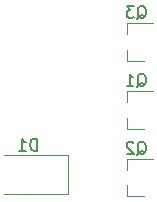
<source format=gbo>
%TF.GenerationSoftware,KiCad,Pcbnew,(5.1.6)-1*%
%TF.CreationDate,2020-09-25T08:59:50+02:00*%
%TF.ProjectId,rainbow-ledbar-CMS,7261696e-626f-4772-9d6c-65646261722d,rev?*%
%TF.SameCoordinates,PX8583b00PY44aa200*%
%TF.FileFunction,Legend,Bot*%
%TF.FilePolarity,Positive*%
%FSLAX46Y46*%
G04 Gerber Fmt 4.6, Leading zero omitted, Abs format (unit mm)*
G04 Created by KiCad (PCBNEW (5.1.6)-1) date 2020-09-25 08:59:50*
%MOMM*%
%LPD*%
G01*
G04 APERTURE LIST*
%ADD10C,0.120000*%
%ADD11C,0.150000*%
G04 APERTURE END LIST*
D10*
%TO.C,Q1*%
X25864000Y-11076000D02*
X25864000Y-10146000D01*
X25864000Y-7916000D02*
X25864000Y-8846000D01*
X25864000Y-7916000D02*
X28024000Y-7916000D01*
X25864000Y-11076000D02*
X27324000Y-11076000D01*
%TO.C,Q2*%
X25864000Y-16831000D02*
X27324000Y-16831000D01*
X25864000Y-13671000D02*
X28024000Y-13671000D01*
X25864000Y-13671000D02*
X25864000Y-14601000D01*
X25864000Y-16831000D02*
X25864000Y-15901000D01*
%TO.C,Q3*%
X25864000Y-5326000D02*
X25864000Y-4396000D01*
X25864000Y-2166000D02*
X25864000Y-3096000D01*
X25864000Y-2166000D02*
X28024000Y-2166000D01*
X25864000Y-5326000D02*
X27324000Y-5326000D01*
%TO.C,D1*%
X20880000Y-13345000D02*
X15480000Y-13345000D01*
X20880000Y-16645000D02*
X15480000Y-16645000D01*
X20880000Y-13345000D02*
X20880000Y-16645000D01*
%TO.C,Q1*%
D11*
X26719238Y-7543619D02*
X26814476Y-7496000D01*
X26909714Y-7400761D01*
X27052571Y-7257904D01*
X27147809Y-7210285D01*
X27243047Y-7210285D01*
X27195428Y-7448380D02*
X27290666Y-7400761D01*
X27385904Y-7305523D01*
X27433523Y-7115047D01*
X27433523Y-6781714D01*
X27385904Y-6591238D01*
X27290666Y-6496000D01*
X27195428Y-6448380D01*
X27004952Y-6448380D01*
X26909714Y-6496000D01*
X26814476Y-6591238D01*
X26766857Y-6781714D01*
X26766857Y-7115047D01*
X26814476Y-7305523D01*
X26909714Y-7400761D01*
X27004952Y-7448380D01*
X27195428Y-7448380D01*
X25814476Y-7448380D02*
X26385904Y-7448380D01*
X26100190Y-7448380D02*
X26100190Y-6448380D01*
X26195428Y-6591238D01*
X26290666Y-6686476D01*
X26385904Y-6734095D01*
%TO.C,Q2*%
X26719238Y-13298619D02*
X26814476Y-13251000D01*
X26909714Y-13155761D01*
X27052571Y-13012904D01*
X27147809Y-12965285D01*
X27243047Y-12965285D01*
X27195428Y-13203380D02*
X27290666Y-13155761D01*
X27385904Y-13060523D01*
X27433523Y-12870047D01*
X27433523Y-12536714D01*
X27385904Y-12346238D01*
X27290666Y-12251000D01*
X27195428Y-12203380D01*
X27004952Y-12203380D01*
X26909714Y-12251000D01*
X26814476Y-12346238D01*
X26766857Y-12536714D01*
X26766857Y-12870047D01*
X26814476Y-13060523D01*
X26909714Y-13155761D01*
X27004952Y-13203380D01*
X27195428Y-13203380D01*
X26385904Y-12298619D02*
X26338285Y-12251000D01*
X26243047Y-12203380D01*
X26004952Y-12203380D01*
X25909714Y-12251000D01*
X25862095Y-12298619D01*
X25814476Y-12393857D01*
X25814476Y-12489095D01*
X25862095Y-12631952D01*
X26433523Y-13203380D01*
X25814476Y-13203380D01*
%TO.C,Q3*%
X26719238Y-1793619D02*
X26814476Y-1746000D01*
X26909714Y-1650761D01*
X27052571Y-1507904D01*
X27147809Y-1460285D01*
X27243047Y-1460285D01*
X27195428Y-1698380D02*
X27290666Y-1650761D01*
X27385904Y-1555523D01*
X27433523Y-1365047D01*
X27433523Y-1031714D01*
X27385904Y-841238D01*
X27290666Y-746000D01*
X27195428Y-698380D01*
X27004952Y-698380D01*
X26909714Y-746000D01*
X26814476Y-841238D01*
X26766857Y-1031714D01*
X26766857Y-1365047D01*
X26814476Y-1555523D01*
X26909714Y-1650761D01*
X27004952Y-1698380D01*
X27195428Y-1698380D01*
X26433523Y-698380D02*
X25814476Y-698380D01*
X26147809Y-1079333D01*
X26004952Y-1079333D01*
X25909714Y-1126952D01*
X25862095Y-1174571D01*
X25814476Y-1269809D01*
X25814476Y-1507904D01*
X25862095Y-1603142D01*
X25909714Y-1650761D01*
X26004952Y-1698380D01*
X26290666Y-1698380D01*
X26385904Y-1650761D01*
X26433523Y-1603142D01*
%TO.C,D1*%
X18218095Y-12947380D02*
X18218095Y-11947380D01*
X17980000Y-11947380D01*
X17837142Y-11995000D01*
X17741904Y-12090238D01*
X17694285Y-12185476D01*
X17646666Y-12375952D01*
X17646666Y-12518809D01*
X17694285Y-12709285D01*
X17741904Y-12804523D01*
X17837142Y-12899761D01*
X17980000Y-12947380D01*
X18218095Y-12947380D01*
X16694285Y-12947380D02*
X17265714Y-12947380D01*
X16980000Y-12947380D02*
X16980000Y-11947380D01*
X17075238Y-12090238D01*
X17170476Y-12185476D01*
X17265714Y-12233095D01*
%TD*%
M02*

</source>
